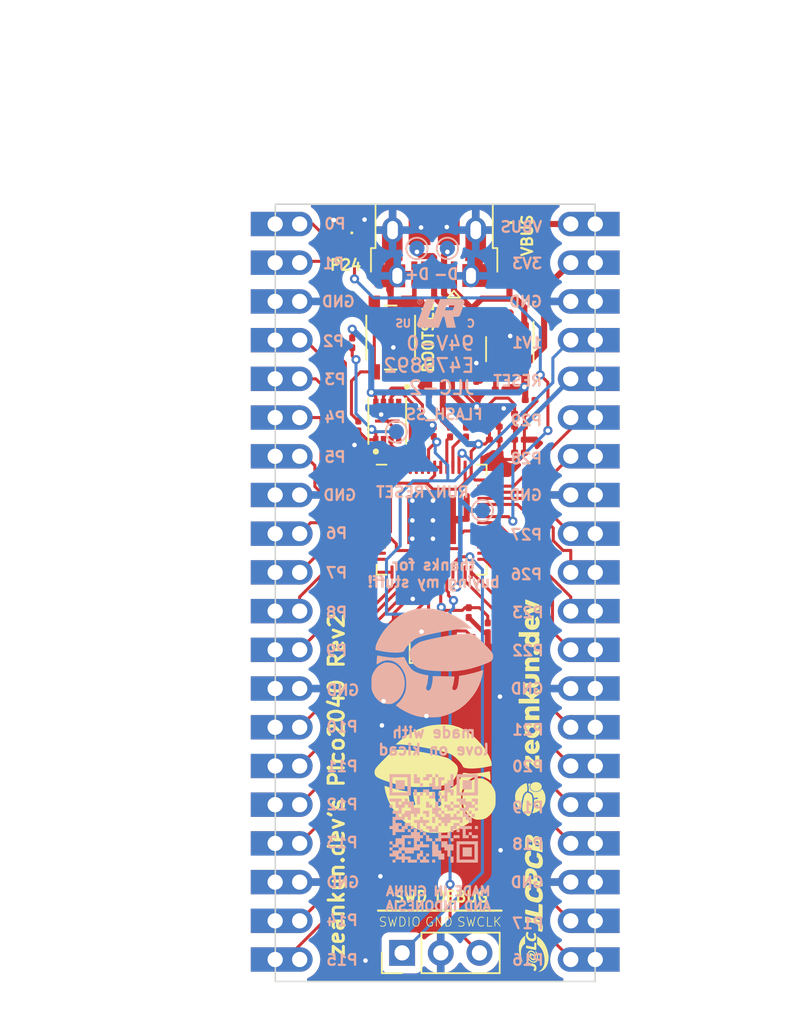
<source format=kicad_pcb>
(kicad_pcb (version 20221018) (generator pcbnew)
  (layers (0 "F.Cu" signal) (31 "B.Cu" signal) (34 "B.Paste" user) (35 "F.Paste" user) (36 "B.SilkS" user "B.Silkscreen") (37 "F.SilkS" user "F.Silkscreen") (38 "B.Mask" user) (39 "F.Mask" user) (44 "Edge.Cuts" user))
  (net 0 "")
  (net 1 "+1V1")
  (net 2 "GND")
  (net 3 "+3.3V")
  (net 4 "VBUS")
  (net 5 "/CLKOUT")
  (net 6 "/CLKIN")
  (net 7 "/USER_LED")
  (net 8 "/DM")
  (net 9 "/DP")
  (net 11 "/P0")
  (net 12 "/P1")
  (net 13 "/P2")
  (net 14 "/P3")
  (net 15 "/P4")
  (net 16 "/P5")
  (net 17 "/P6")
  (net 18 "/P7")
  (net 19 "/P8")
  (net 20 "/P9")
  (net 21 "/P10")
  (net 22 "/P11")
  (net 23 "/P12")
  (net 24 "/P13")
  (net 25 "/P14")
  (net 26 "/P15")
  (net 27 "/RESET")
  (net 28 "/P29")
  (net 29 "/P28")
  (net 30 "/P27")
  (net 31 "/P26")
  (net 32 "/P23")
  (net 33 "/P22")
  (net 34 "/P21")
  (net 35 "/P20")
  (net 36 "/P19")
  (net 37 "/P18")
  (net 38 "/P17")
  (net 39 "/P16")
  (net 40 "/SWDIO")
  (net 41 "/SWCLK")
  (net 42 "Net-(U1-USB_DP)")
  (net 43 "Net-(U1-USB_DM)")
  (net 44 "Net-(U2-SENSE{slash}ADJ)")
  (net 45 "/FLASH_SS")
  (net 46 "Net-(R6-Pad1)")
  (net 48 "/FLASH_SD3")
  (net 49 "/FLASH_CLOCK")
  (net 50 "/FLASH_SD0")
  (net 51 "/FLASH_SD2")
  (net 52 "/FLASH_SD1")
  (footprint "Resistor_SMD:R_0201_0603Metric" (layer "F.Cu") (at 98.4975 52.2875)
    (fp_text reference "R3" hide)
    (fp_text value "12")
  )
  (footprint "Connector_PinHeader_2.54mm:PinHeader_1x03_P2.54mm_Vertical" (layer "F.Cu") (at 92.0625 89.2625 90)
    (fp_text reference "J4" hide)
    (fp_text value "Conn_01x03")
  )
  (footprint "Connector_USB:USB_Micro-B_Amphenol_10103594-0001LF_Horizontal" (layer "F.Cu") (at 94.1425 42.9525 180)
    (fp_text reference "J1" hide)
    (fp_text value "USB_B_Micro" hide)
  )
  (footprint "Capacitor_SMD:C_0201_0603Metric" (layer "F.Cu") (at 97.6875 67.9325 -90)
    (fp_text reference "C3" hide)
    (fp_text value "1uF")
  )
  (footprint "TL3365AF180QG:SW_TL3365AF180QG" (layer "F.Cu") (at 91.3125 48.8875 90)
    (fp_text reference "S1" hide)
    (fp_text value "TL3365AF180QG" hide)
  )
  (footprint "LOGO" (layer "F.Cu") (at 100.73 85.96 90)
    (fp_text reference "G***" hide)
    (fp_text value "LOGO" hide)
  )
  (footprint "Package_TO_SOT_SMD:TSOT-23-5" (layer "F.Cu") (at 99.1375 49.65 -90)
    (fp_text reference "U2" hide)
    (fp_text value "ADP7142AUJZ-3.3")
  )
  (footprint "Package_DFN_QFN:QFN-56-1EP_7x7mm_P0.4mm_EP3.2x3.2mm" (layer "F.Cu") (at 94 60.8375)
    (fp_text reference "U1" hide)
    (fp_text value "RP2040")
  )
  (footprint "Capacitor_SMD:C_0201_0603Metric" (layer "F.Cu") (at 94.1375 55.0575 90)
    (fp_text reference "C1" hide)
    (fp_text value "100nF")
  )
  (footprint "LOGO" (layer "F.Cu") (at 100.48 73.17 90)
    (fp_text reference "G***" hide)
    (fp_text value "LOGO" hide)
  )
  (footprint "Resistor_SMD:R_0201_0603Metric" (layer "F.Cu") (at 88.7875 49.2375 -90)
    (fp_text reference "R5" hide)
    (fp_text value "NO-FIT")
  )
  (footprint "LOGO" (layer "F.Cu") (at 94.2375 77.8375)
    (fp_text reference "G***" hide)
    (fp_text value "LOGO" hide)
  )
  (footprint "SMD-TH-Connector:PinHeader_1x20_2H_P2.54mm_Vertical" (layer "F.Cu") (at 85.3375 41.4375)
    (fp_text reference "J2" hide)
    (fp_text value "Conn_01x20")
  )
  (footprint "Resistor_SMD:R_0201_0603Metric" (layer "F.Cu") (at 95.2125 55.0875 -90)
    (fp_text reference "R1" hide)
    (fp_text value "200")
  )
  (footprint "Crystal:Crystal_SMD_2520-4Pin_2.5x2.0mm" (layer "F.Cu") (at 94.2125 68.8375)
    (fp_text reference "Y1" hide)
    (fp_text value "12MHz")
  )
  (footprint "Capacitor_SMD:C_0201_0603Metric" (layer "F.Cu") (at 96.4375 66.9325 -90)
    (fp_text reference "C2" hide)
    (fp_text value "100nF")
  )
  (footprint "Capacitor_SMD:C_0201_0603Metric" (layer "F.Cu") (at 99.7675 55.5875)
    (fp_text reference "C10" hide)
    (fp_text value "100nF")
  )
  (footprint "Capacitor_SMD:C_0201_0603Metric" (layer "F.Cu") (at 99.7725 56.4375)
    (fp_text reference "C11" hide)
    (fp_text value "100nF")
  )
  (footprint "Capacitor_SMD:C_0201_0603Metric" (layer "F.Cu") (at 99.7675 54.7375)
    (fp_text reference "C9" hide)
    (fp_text value "100nF")
  )
  (footprint "Resistor_SMD:R_0201_0603Metric" (layer "F.Cu") (at 96.2625 55.0925 -90)
    (fp_text reference "R2" hide)
    (fp_text value "200")
  )
  (footprint "Capacitor_SMD:C_0201_0603Metric" (layer "F.Cu") (at 98.1175 54.7375)
    (fp_text reference "C6" hide)
    (fp_text value "100nF")
  )
  (footprint "Capacitor_SMD:C_0201_0603Metric" (layer "F.Cu") (at 91.8375 69.4825 90)
    (fp_text reference "C15" hide)
    (fp_text value "15pF")
  )
  (footprint "Capacitor_SMD:C_0201_0603Metric" (layer "F.Cu") (at 98.1175 53.9125)
    (fp_text reference "C5" hide)
    (fp_text value "100nF")
  )
  (footprint "Capacitor_SMD:C_0201_0603Metric" (layer "F.Cu") (at 99.7675 53.8875)
    (fp_text reference "C8" hide)
    (fp_text value "100nF")
  )
  (footprint "LED_SMD:LED_0201_0603Metric" (layer "F.Cu") (at 88.7625 42.88 -90)
    (fp_text reference "D2" hide)
    (fp_text value "LED")
  )
  (footprint "Capacitor_SMD:C_0201_0603Metric" (layer "F.Cu") (at 99.1125 44.8675 90)
    (fp_text reference "C12" hide)
    (fp_text value "2.2uF")
  )
  (footprint "LED_SMD:LED_0201_0603Metric" (layer "F.Cu") (at 99.2125 42.205 -90)
    (fp_text reference "D1" hide)
    (fp_text value "LED")
  )
  (footprint "Resistor_SMD:R_0201_0603Metric" (layer "F.Cu") (at 96.9375 51.4425 90)
    (fp_text reference "R4" hide)
    (fp_text value "12")
  )
  (footprint "Capacitor_SMD:C_0201_0603Metric" (layer "F.Cu") (at 96.6875 68.8875 -90)
    (fp_text reference "C14" hide)
    (fp_text value "15pF")
  )
  (footprint "Capacitor_SMD:C_0201_0603Metric" (layer "F.Cu") (at 100.4675 52.9875)
    (fp_text reference "C13" hide)
    (fp_text value "2.2uF")
  )
  (footprint "Resistor_SMD:R_0201_0603Metric" (layer "F.Cu") (at 89.1875 54.6875 -90)
    (fp_text reference "R6" hide)
    (fp_text value "1K")
  )
  (footprint "GD25Q16CEIGR:PSON50P200X300X50-9N" (layer "F.Cu") (at 91.0875 54.3675 90)
    (fp_text reference "U3" hide)
    (fp_text value "GD25Q16CEIGR")
  )
  (footprint "Capacitor_SMD:C_0201_0603Metric" (layer "F.Cu") (at 98.1175 55.5875)
    (fp_text reference "C7" hide)
    (fp_text value "100nF")
  )
  (footprint "Capacitor_SMD:C_0201_0603Metric" (layer "F.Cu") (at 89.3875 56.4825 90)
    (fp_text reference "C4" hide)
    (fp_text value "1uF")
  )
  (footprint "LOGO" (layer "B.Cu") (at 94.1375 80.4375 180)
    (fp_text reference "G***" hide)
    (fp_text value "LOGO" hide)
  )
  (footprint "TestPoint:TestPoint_Pad_D1.0mm" (layer "B.Cu") (at 95.0375 43.0375 180)
    (fp_text reference "TP2" hide)
    (fp_text value "USB_DM")
  )
  (footprint "TestPoint:TestPoint_Pad_D1.0mm" (layer "B.Cu") (at 93.0375 43.0375 180)
    (fp_text reference "TP1" hide)
    (fp_text value "USB_DP")
  )
  (footprint "TestPoint:TestPoint_Pad_D1.0mm" (layer "B.Cu") (at 91.6875 55.0625 180)
    (fp_text reference "TP4" hide)
    (fp_text value "FLASH_SS")
  )
  (footprint "SMD-TH-Connector:PinHeader_1x20_2H_P2.54mm_Vertical" (layer "B.Cu") (at 103.1375 41.4375 180)
    (fp_text reference "J3" hide)
    (fp_text value "Conn_01x20")
  )
  (footprint "LOGO" (layer "B.Cu") (at 94.6 47.3 180)
    (fp_text reference "G***" hide)
    (fp_text value "LOGO" hide)
  )
  (footprint "LOGO" (layer "B.Cu") (at 94.0375 70.2375 180)
    (fp_text reference "G***" hide)
    (fp_text value "LOGO" hide)
  )
  (footprint "TestPoint:TestPoint_Pad_D1.0mm" (layer "B.Cu") (at 97.3375 60.2375 180)
    (fp_text reference "TP3" hide)
    (fp_text value "RESET")
  )
  (gr_line (start 98.5875 86.4875) (end 90.4875 86.4875) (stroke (width 0.15)) (layer "F.SilkS"))
  (gr_rect (start 83.7375 40.1375) (end 104.7375 91.1375) (stroke (width 0.1)) (fill none) (layer "Edge.Cuts"))
  (gr_text "thanks for\nbuying my stuff!" (at 94.1375 65.3375) (layer "B.SilkS") (effects (font (size 0.7 0.7) (thickness 0.16) bold) (justify bottom mirror)))
  (gr_text "P18" (at 101.4375 82.5375) (layer "B.SilkS") (effects (font (size 0.7 0.7)) (justify left bottom mirror)))
  (gr_text "GND" (at 89.3375 85.0375) (layer "B.SilkS") (effects (font (size 0.7 0.7)) (justify left bottom mirror)))
  (gr_text "GND" (at 101.3375 46.9375) (layer "B.SilkS") (effects (font (size 0.7 0.7)) (justify left bottom mirror)))
  (gr_text "P9" (at 88.5375 69.8375) (layer "B.SilkS") (effects (font (size 0.7 0.7)) (justify left bottom mirror)))
  (gr_text "P11" (at 89.2375 77.4375) (layer "B.SilkS") (effects (font (size 0.7 0.7)) (justify left bottom mirror)))
  (gr_text "P14" (at 89.2375 87.5375) (layer "B.SilkS") (effects (font (size 0.7 0.7)) (justify left bottom mirror)))
  (gr_text "P5" (at 88.4375 57.1375) (layer "B.SilkS") (effects (font (size 0.7 0.7)) (justify left bottom mirror)))
  (gr_text "RESET" (at 101.3375 52.1375) (layer "B.SilkS") (effects (font (size 0.7 0.7)) (justify left bottom mirror)))
  (gr_text "P4" (at 88.4375 54.5375) (layer "B.SilkS") (effects (font (size 0.7 0.7)) (justify left bottom mirror)))
  (gr_text "P13" (at 89.2375 82.4375) (layer "B.SilkS") (effects (font (size 0.7 0.7)) (justify left bottom mirror)))
  (gr_text "made with\nlove on kicad" (at 94.1375 76.3375) (layer "B.SilkS") (effects (font (size 0.7 0.7) (thickness 0.16) bold) (justify bottom mirror)))
  (gr_text "P20" (at 101.4375 77.4375) (layer "B.SilkS") (effects (font (size 0.7 0.7)) (justify left bottom mirror)))
  (gr_text "GND" (at 89.1375 59.6375) (layer "B.SilkS") (effects (font (size 0.7 0.7)) (justify left bottom mirror)))
  (gr_text "P26" (at 101.3375 64.8375) (layer "B.SilkS") (effects (font (size 0.7 0.7)) (justify left bottom mirror)))
  (gr_text "P28" (at 101.3375 57.2375) (layer "B.SilkS") (effects (font (size 0.7 0.7)) (justify left bottom mirror)))
  (gr_text "P22" (at 101.4375 69.8375) (layer "B.SilkS") (effects (font (size 0.7 0.7)) (justify left bottom mirror)))
  (gr_text "MADE IN CHINA\nAND INDONESIA" (at 94.4375 86.5375) (layer "B.SilkS") (effects (font (size 0.6 0.6) (thickness 0.15) bold) (justify bottom mirror)))
  (gr_text "GND" (at 89.0375 46.9375) (layer "B.SilkS") (effects (font (size 0.7 0.7)) (justify left bottom mirror)))
  (gr_text "P2" (at 88.3375 49.5375) (layer "B.SilkS") (effects (font (size 0.7 0.7)) (justify left bottom mirror)))
  (gr_text "US" (at 92.72 48.25) (layer "B.SilkS") (effects (font (size 0.5 0.5) (thickness 0.125)) (justify left bottom mirror)))
  (gr_text "3V3" (at 101.3375 44.4375) (layer "B.SilkS") (effects (font (size 0.7 0.7)) (justify left bottom mirror)))
  (gr_text "P29" (at 101.3375 54.7375) (layer "B.SilkS") (effects (font (size 0.7 0.7)) (justify left bottom mirror)))
  (gr_text "P23" (at 101.4375 67.3375) (layer "B.SilkS") (effects (font (size 0.7 0.7)) (justify left bottom mirror)))
  (gr_text "P6" (at 88.5375 62.1375) (layer "B.SilkS") (effects (font (size 0.7 0.7)) (justify left bottom mirror)))
  (gr_text "1V1" (at 101.3375 49.6375) (layer "B.SilkS") (effects (font (size 0.7 0.7)) (justify left bottom mirror)))
  (gr_text "P12" (at 89.2375 79.9375) (layer "B.SilkS") (effects (font (size 0.7 0.7)) (justify left bottom mirror)))
  (gr_text "P16" (at 101.4375 90.1375) (layer "B.SilkS") (effects (font (size 0.7 0.7)) (justify left bottom mirror)))
  (gr_text "94V-0\nE479892\nJLC-2" (at 96.9 52.7) (layer "B.SilkS") (effects (font (size 0.9 0.9)) (justify left bottom mirror)))
  (gr_text "P21" (at 101.4375 75.0375) (layer "B.SilkS") (effects (font (size 0.7 0.7)) (justify left bottom mirror)))
  (gr_text "P1" (at 88.3375 44.4375) (layer "B.SilkS") (effects (font (size 0.7 0.7)) (justify left bottom mirror)))
  (gr_text "D-" (at 95.8375 45.1375) (layer "B.SilkS") (effects (font (size 0.7 0.7)) (justify left bottom mirror)))
  (gr_text "P19" (at 101.4375 80.1375) (layer "B.SilkS") (effects (font (size 0.7 0.7)) (justify left bottom mirror)))
  (gr_text "GND" (at 89.3375 72.4375) (layer "B.SilkS") (effects (font (size 0.7 0.7)) (justify left bottom mirror)))
  (gr_text "P17" (at 101.4375 87.7375) (layer "B.SilkS") (effects (font (size 0.7 0.7)) (justify left bottom mirror)))
  (gr_text "D+" (at 93.9375 45.1375) (layer "B.SilkS") (effects (font (size 0.7 0.7)) (justify left bottom mirror)))
  (gr_text "P15" (at 89.2375 90.1375) (layer "B.SilkS") (effects (font (size 0.7 0.7)) (justify left bottom mirror)))
  (gr_text "GND" (at 101.4375 85.0375) (layer "B.SilkS") (effects (font (size 0.7 0.7)) (justify left bottom mirror)))
  (gr_text "P3" (at 88.4375 52.0375) (layer "B.SilkS") (effects (font (size 0.7 0.7)) (justify left bottom mirror)))
  (gr_text "P7" (at 88.5375 64.7375) (layer "B.SilkS") (effects (font (size 0.7 0.7)) (justify left bottom mirror)))
  (gr_text "FLASH_SS" (at 97.4375 54.3375) (layer "B.SilkS") (effects (font (size 0.7 0.7)) (justify left bottom mirror)))
  (gr_text "C" (at 96.91 48.26) (layer "B.SilkS") (effects (font (size 0.5 0.5) (thickness 0.125)) (justify left bottom mirror)))
  (gr_text "P10" (at 89.2375 74.8375) (layer "B.SilkS") (effects (font (size 0.7 0.7)) (justify left bottom mirror)))
  (gr_text "RUN/RESET" (at 96.5375 59.4375) (layer "B.SilkS") (effects (font (size 0.7 0.7)) (justify left bottom mirror)))
  (gr_text "VBUS" (at 101.3375 42.0375) (layer "B.SilkS") (effects (font (size 0.7 0.7)) (justify left bottom mirror)))
  (gr_text "P27" (at 101.3375 62.2375) (layer "B.SilkS") (effects (font (size 0.7 0.7)) (justify left bottom mirror)))
  (gr_text "P0" (at 88.4375 41.8375) (layer "B.SilkS") (effects (font (size 0.7 0.7)) (justify left bottom mirror)))
  (gr_text "GND" (at 101.4375 72.3375) (layer "B.SilkS") (effects (font (size 0.7 0.7)) (justify left bottom mirror)))
  (gr_text "P8" (at 88.5375 67.3375) (layer "B.SilkS") (effects (font (size 0.7 0.7)) (justify left bottom mirror)))
  (gr_text "GND" (at 101.3375 59.6375) (layer "B.SilkS") (effects (font (size 0.7 0.7)) (justify left bottom mirror)))
  (gr_text "SWCLK" (at 95.6375 87.5875) (layer "F.SilkS") (effects (font (size 0.6 0.6) (thickness 0.05)) (justify left bottom)))
  (gr_text "SWDIO" (at 90.4875 87.5875) (layer "F.SilkS") (effects (font (size 0.6 0.6) (thickness 0.05)) (justify left bottom)))
  (gr_text "zeankun.dev's Pico2040 Rev2" (at 88.3375 89.6375 90) (layer "F.SilkS") (effects (font (size 1 1) (thickness 0.2) bold) (justify left bottom)))
  (gr_text "VBUS" (at 100.6875 43.6375 90) (layer "F.SilkS") (effects (font (size 0.7 0.7)) (justify left bottom)))
  (gr_text "GND" (at 93.5375 87.5875) (layer "F.SilkS") (effects (font (size 0.6 0.6) (thickness 0.05)) (justify left bottom)))
  (gr_text "BOOTSEL" (at 94.1875 51.2875 90) (layer "F.SilkS") (effects (font (size 0.7 0.7)) (justify left bottom)))
  (gr_text "SWD DEBUG" (at 91.4375 85.9875) (layer "F.SilkS") (effects (font (size 0.7 0.7)) (justify left bottom)))
  (gr_text "P24" (at 87.2375 44.5375) (layer "F.SilkS") (effects (font (size 0.7 0.7)) (justify left bottom)))
  (segment (start 96.192495 66.6125) (end 96.4375 66.6125) (width 0.2) (layer "F.Cu") (net 1))
  (segment (start 96.4375 66.6125) (end 97.1425 66.6125) (width 0.2) (layer "F.Cu") (net 1))
  (segment (start 97.1425 66.6125) (end 97.6875 67.1575) (width 0.2) (layer "F.Cu") (net 1))
  (segment (start 94.839821 66.789821) (end 96.015174 66.789821) (width 0.2) (layer "F.Cu") (net 1))
  (segment (start 95.8 57.4) (end 95.8 56.679444) (width 0.2) (layer "F.Cu") (net 1))
  (segment (start 94.1375 55.3775) (end 94.1375 55.6875) (width 0.2) (layer "F.Cu") (net 1))
  (segment (start 94.6375 66.5875) (end 94.839821 66.789821) (width 0.2) (layer "F.Cu") (net 1))
  (segment (start 97.6875 67.1575) (end 97.6875 67.6125) (width 0.2) (layer "F.Cu") (net 1))
  (segment (start 94.6 64.275) (end 94.6 66.55) (width 0.2) (layer "F.Cu") (net 1))
  (segment (start 93.8 57.4) (end 93.8 56.225) (width 0.2) (layer "F.Cu") (net 1))
  (segment (start 94.1375 55.6875) (end 94.2375 55.7875) (width 0.2) (layer "F.Cu") (net 1))
  (segment (start 93.8 56.225) (end 94.2875 55.7375) (width 0.2) (layer "F.Cu") (net 1))
  (segment (start 95.8 56.679444) (end 96.0005 56.478944) (width 0.2) (layer "F.Cu") (net 1))
  (segment (start 94.6625 66.5875) (end 94.6375 66.5875) (width 0.2) (layer "F.Cu") (net 1))
  (segment (start 96.015174 66.789821) (end 96.192495 66.6125) (width 0.2) (layer "F.Cu") (net 1))
  (segment (start 94.3375 55.7375) (end 94.3375 55.6875) (width 0.2) (layer "F.Cu") (net 1))
  (segment (start 94.3375 55.6875) (end 94.2375 55.7875) (width 0.2) (layer "F.Cu") (net 1))
  (segment (start 94.6 66.55) (end 94.6375 66.5875) (width 0.2) (layer "F.Cu") (net 1))
  (segment (start 94.2875 55.7375) (end 94.3375 55.7375) (width 0.2) (layer "F.Cu") (net 1))
  (via (at 94.3375 55.7375) (size 0.6) (drill 0.3) (layers "F.Cu" "B.Cu") (net 1))
  (via (at 94.6375 66.5875) (size 0.6) (drill 0.3) (layers "F.Cu" "B.Cu") (net 1))
  (via (at 96.0005 56.478944) (size 0.6) (drill 0.3) (layers "F.Cu" "B.Cu") (net 1))
  (segment (start 94.1875 67.0375) (end 91.0375 67.0375) (width 0.2) (layer "B.Cu") (net 1))
  (segment (start 94.2375 56.448534) (end 95.0625 57.273534) (width 0.2) (layer "B.Cu") (net 1))
  (segment (start 96.0005 56.478944) (end 96.078944 56.478944) (width 0.2) (layer "B.Cu") (net 1))
  (segment (start 96.078944 56.478944) (end 96.701409 57.101409) (width 0.2) (layer "B.Cu") (net 1))
  (segment (start 94.6375 66.5875) (end 94.1875 67.0375) (width 0.2) (layer "B.Cu") (net 1))
  (segment (start 91.0375 63.4625) (end 91.9375 62.5625) (width 0.2) (layer "B.Cu") (net 1))
  (segment (start 94.2375 55.8375) (end 94.2375 56.448534) (width 0.2) (layer "B.Cu") (net 1))
  (segment (start 91.9375 62.5625) (end 91.9375 59.1375) (width 0.2) (layer "B.Cu") (net 1))
  (segment (start 95.0625 57.273534) (end 95.0625 58.288) (width 0.2) (layer "B.Cu") (net 1))
  (segment (start 92.787 58.288) (end 95.0625 58.288) (width 0.2) (layer "B.Cu") (net 1))
  (segment (start 95.514818 58.288) (end 96.701409 57.101409) (width 0.2) (layer "B.Cu") (net 1))
  (segment (start 94.3375 55.7375) (end 94.2375 55.8375) (width 0.2) (layer "B.Cu") (net 1))
  (segment (start 91.9375 59.1375) (end 92.787 58.288) (width 0.2) (layer "B.Cu") (net 1))
  (segment (start 95.0625 58.288) (end 95.514818 58.288) (width 0.2) (layer "B.Cu") (net 1))
  (segment (start 96.701409 57.101409) (end 101.9625 51.840318) (width 0.2) (layer "B.Cu") (net 1))
  (segment (start 101.9625 51.840318) (end 101.9625 50.2325) (width 0.2) (layer "B.Cu") (net 1))
  (segment (start 101.9625 50.2325) (end 103.1375 49.0575) (width 0.2) (layer "B.Cu") (net 1))
  (segment (start 91.0375 67.0375) (end 91.0375 63.4625) (width 0.2) (layer "B.Cu") (net 1))
  (segment (start 92.7625 66.0375) (end 92.459532 66.0375) (width 0.2) (layer "F.Cu") (net 2))
  (segment (start 99.1125 44.5475) (end 99.1125 44.3125) (width 0.3) (layer "F.Cu") (net 2))
  (segment (start 100.7875 53.1875) (end 100.7875 52.9875) (width 0.2) (layer "F.Cu") (net 2))
  (segment (start 91.4875 67.009532) (end 91.4875 67.9875) (width 0.2) (layer "F.Cu") (net 2))
  (segment (start 91.0875 54.3675) (end 91.8375 55.1175) (width 0.2) (layer "F.Cu") (net 2))
  (segment (start 89.1625 55.9375) (end 89.3875 56.1625) (width 0.2) (layer "F.Cu") (net 2))
  (segment (start 96.1125 51.4875) (end 96.4775 51.1225) (width 0.2) (layer "F.Cu") (net 2))
  (segment (start 91.0875 54.3675) (end 91.0875 54.3375) (width 0.2) (layer "F.Cu") (net 2))
  (segment (start 91.3125 51.4375) (end 91.3125 51.5375) (width 0.2) (layer "F.Cu") (net 2))
  (segment (start 88.9375 55.9375) (end 89.1625 55.9375) (width 0.2) (layer "F.Cu") (net 2))
  (segment (start 93 65.8) (end 92.7625 66.0375) (width 0.2) (layer "F.Cu") (net 2))
  (segment (start 98.4375 55.5875) (end 98.4375 56.8875) (width 0.2) (layer "F.Cu") (net 2))
  (segment (start 98.4375 53.9125) (end 98.4375 53.8375) (width 0.2) (layer "F.Cu") (net 2))
  (segment (start 91.0875 54.3375) (end 90.6875 53.9375) (width 0.2) (layer "F.Cu") (net 2))
  (segment (start 91.8375 55.1175) (end 91.8375 55.5875) (width 0.2) (layer "F.Cu") (net 2))
  (segment (start 100.0925 56.593185) (end 100.0925 56.4375) (width 0.2) (layer "F.Cu") (net 2))
  (segment (start 96.4775 51.1225) (end 96.9375 51.1225) (width 0.2) (layer "F.Cu") (net 2))
  (segment (start 98.4375 53.8375) (end 98.7375 53.5375) (width 0.2) (layer "F.Cu") (net 2))
  (segment (start 96.1125 52.5625) (end 96.1125 51.4875) (width 0.2) (layer "F.Cu") (net 2))
  (segment (start 99.798185 56.8875) (end 100.0925 56.593185) (width 0.2) (layer "F.Cu") (net 2))
  (segment (start 93 64.275) (end 93 65.8) (width 0.2) (layer "F.Cu") (net 2))
  (segment (start 92.459532 66.0375) (end 91.4875 67.009532) (width 0.2) (layer "F.Cu") (net 2))
  (segment (start 91.0375 69.1625) (end 90.9875 69.2125) (width 0.2) (layer "F.Cu") (net 2))
  (segment (start 98.4375 56.8875) (end 99.798185 56.8875) (width 0.2) (layer "F.Cu") (net 2))
  (segment (start 92.8675 46.1575) (end 92.3875 46.6375) (width 0.3) (layer "F.Cu") (net 2))
  (segment (start 97.4375 68.2525) (end 96.4375 67.2525) (width 0.3) (layer "F.Cu") (net 2))
  (segment (start 92.8675 44.7175) (end 92.8675 46.1575) (width 0.3) (layer "F.Cu") (net 2))
  (segment (start 100.0925 56.4375) (end 100.0925 53.8925) (width 0.2) (layer "F.Cu") (net 2))
  (segment (start 98.4375 53.9125) (end 98.4375 55.5875) (width 0.2) (layer "F.Cu") (net 2))
  (segment (start 99.1125 44.3125) (end 98.4375 43.6375) (width 0.3) (layer "F.Cu") (net 2))
  (segment (start 96.9625 53.4125) (end 96.1125 52.5625) (width 0.2) (layer "F.Cu") (net 2))
  (segment (start 97.6875 68.2525) (end 97.4375 68.2525) (width 0.3) (layer "F.Cu") (net 2))
  (segment (start 100.0875 53.8875) (end 100.7875 53.1875) (width 0.2) (layer "F.Cu") (net 2))
  (segment (start 91.8375 69.1625) (end 91.0375 69.1625) (width 0.2) (layer "F.Cu") (net 2))
  (segment (start 100.0925 53.8925) (end 100.0875 53.8875) (width 0.2) (layer "F.Cu") (net 2))
  (via (at 88.9375 55.9375) (size 0.6) (drill 0.3) (layers "F.Cu" "B.Cu") (net 2))
  (via (at 98.5275 82.5275) (size 0.6) (drill 0.3) (layers "F.Cu" "B.Cu") (net 2))
  (via (at 90.6375 84.2375) (size 0.6) (drill 0.3) (layers "F.Cu" "B.Cu") (net 2))
  (via (at 93.6575 73.7175) (size 0.6) (drill 0.3) (layers "F.Cu" "B.Cu") (net 2))
  (via (at 89.6575 89.7675) (size 0.6) (drill 0.3) (layers "F.Cu" "B.Cu") (net 2))
  (via (at 91.4875 49.5375) (size 0.6) (drill 0.3) (layers "F.Cu" "B.Cu") (net 2))
  (via (at 99.1625 48.7875) (size 0.6) (drill 0.3) (layers "F.Cu" "B.Cu") (net 2))
  (via (at 93.3375 68.1875) (size 0.6) (drill 0.3) (layers "F.Cu" "B.Cu") (net 2))
  (via (at 94.0375 54.6375) (size 0.6) (drill 0.3) (layers "F.Cu" "B.Cu") (net 2))
  (via (at 89.5975 41.1475) (size 0.6) (drill 0.3) (layers "F.Cu" "B.Cu") (net 2))
  (via (at 92.7375 60.8875) (size 0.6) (drill 0.3) (layers "F.Cu" "B.Cu") (net 2))
  (via (at 96.9375 50.5625) (size 0.6) (drill 0.3) (layers "F.Cu" "B.Cu") (net 2))
  (via (at 94.0875 59.5875) (size 0.6) (drill 0.3) (layers "F.Cu" "B.Cu") (net 2))
  (via (at 90.6875 53.9375) (size 0.6) (drill 0.3) (layers "F.Cu" "B.Cu") (net 2))
  (via (at 87.5775 41.1775) (size 0.6) (drill 0.3) (layers "F.Cu" "B.Cu") (net 2))
  (via (at 98.7375 53.5375) (size 0.6) (drill 0.3) (layers "F.Cu" "B.Cu") (net 2))
  (via (at 94.0875 60.8875) (size 0.6) (drill 0.3) (layers "F.Cu" "B.Cu") (net 2))
  (via (at 94.9975 41.6375) (size 0.6) (drill 0.3) (layers "F.Cu" "B.Cu") (net 2))
  (via (at 98.4875 72.4475) (size 0.6) (drill 0.3) (layers "F.Cu" "B.Cu") (net 2))
  (via (at 92.7625 66.0375) (size 0.6) (drill 0.3) (layers "F.Cu" "B.Cu") (net 2))
  (via (at 94.0875 62.0875) (size 0.6) (drill 0.3) (layers "F.Cu" "B.Cu") (net 2))
  (via (at 93.3075 41.6675) (size 0.6) (drill 0.3) (layers "F.Cu" "B.Cu") (net 2))
  (via (at 90.7375 74.3375) (size 0.6) (drill 0.3) (layers "F.Cu" "B.Cu") (net 2))
  (via (at 96.9625 53.4125) (size 0.6) (drill 0.3) (layers "F.Cu" "B.Cu") (net 2))
  (via (at 92.7375 62.0875) (size 0.6) (drill 0.3) (layers "F.Cu" "B.Cu") (net 2))
  (via (at 90.8475 72.7475) (size 0.6) (drill 0.3) (layers "F.Cu" "B.Cu") (net 2))
  (via (at 92.7375 59.5875) (size 0.6) (drill 0.3) (layers "F.Cu" "B.Cu") (net 2))
  (segment (start 87.4875 46.8875) (end 89.4625 46.8875) (width 0.4) (layer "B.Cu") (net 2))
  (segment (start 89.4375 56.5375) (end 87.3625 54.4625) (width 0.4) (layer "B.Cu") (net 2))
  (segment (start 92.4625 56.5375) (end 89.4375 56.5375) (width 0.4) (layer "B.Cu") (net 2))
  (segment (start 87.3625 47.0125) (end 87.4875 46.8875) (width 0.4) (layer "B.Cu") (net 2))
  (segment (start 90.6875 53.9375) (end 90.7125 53.9125) (width 0.4) (layer "B.Cu") (net 2))
  (segment (start 93.0375 53.9125) (end 93.7625 54.6375) (width 0.4) (layer "B.Cu") (net 2))
  (segment (start 94.0375 54.9125) (end 94.0625 54.9375) (width 0.4) (layer "B.Cu") (net 2))
  (segment (start 87.3625 54.4625) (end 87.3625 47.0125) (width 0.4) (layer "B.Cu") (net 2))
  (segment (start 94.0625 54.9375) (end 92.4625 56.5375) (width 0.4) (layer "B.Cu") (net 2))
  (segment (start 94.0375 54.6375) (end 94.0375 54.9125) (width 0.4) (layer "B.Cu") (net 2))
  (segment (start 93.7625 54.6375) (end 94.0375 54.6375) (width 0.4) (layer "B.Cu") (net 2))
  (segment (start 90.7125 53.9125) (end 93.0375 53.9125) (width 0.4) (layer "B.Cu") (net 2))
  (segment (start 93.1375 50.5625) (end 96.9375 50.5625) (width 0.4) (layer "B.Cu") (net 2))
  (segment (start 89.4625 46.8875) (end 93.1375 50.5625) (width 0.4) (layer "B.Cu") (net 2))
  (segment (start 100.0875 52.1375) (end 100.0875 50.7875) (width 0.4) (layer "F.Cu") (net 3))
  (segment (start 101.3875 49.4875) (end 100.0875 50.7875) (width 0.4) (layer "F.Cu") (net 3))
  (segment (start 97.077498 55.877498) (end 96.6 56.354996) (width 0.2) (layer "F.Cu") (net 3))
  (segment (start 97.7975 55.5875) (end 97.7975 53.9125) (width 0.2) (layer "F.Cu") (net 3))
  (segment (start 92.8875 62.8125) (end 92.9625 62.7375) (width 0.2) (layer "F.Cu") (net 3))
  (segment (start 91.6875 62.8625) (end 92.8375 62.8625) (width 0.2) (layer "F.Cu") (net 3))
  (segment (start 93.68995 58.442525) (end 94.2 57.932475) (width 0.2) (layer "F.Cu") (net 3))
  (segment (start 90.5625 61.8375) (end 91.094975 61.8375) (width 0.2) (layer "F.Cu") (net 3))
  (segment (start 89.3875 56.8025) (end 89.3875 57.6875) (width 0.2) (layer "F.Cu") (net 3))
  (segment (start 94.084925 58.8375) (end 95.7375 58.8375) (width 0.2) (layer "F.Cu") (net 3))
  (segment (start 100.0875 52.1375) (end 99.2375 52.1375) (width 0.4) (layer "F.Cu") (net 3))
  (segment (start 91.3 58.442525) (end 93.68995 58.442525) (width 0.2) (layer "F.Cu") (net 3))
  (segment (start 89.3875 57.6875) (end 89.9375 58.2375) (width 0.2) (layer "F.Cu") (net 3))
  (segment (start 99.2375 52.1375) (end 99.0875 52.2875) (width 0.4) (layer "F.Cu") (net 3))
  (segment (start 94.2 57.4) (end 94.6 57.4) (width 0.2) (layer "F.Cu") (net 3))
  (segment (start 91.094975 61.8375) (end 91.6875 62.430025) (width 0.2) (layer "F.Cu") (net 3))
  (segment (start 92.9625 62.7375) (end 95.9 62.7375) (width 0.2) (layer "F.Cu") (net 3))
  (segment (start 99.4475 53.8875) (end 99.4475 56.4325) (width 0.2) (layer "F.Cu") (net 3))
  (segment (start 91.3 58.442525) (end 91.094975 58.2375) (width 0.2) (layer "F.Cu") (net 3))
  (segment (start 91.6875 62.430025) (end 91.6875 62.8625) (width 0.2) (layer "F.Cu") (net 3))
  (segment (start 94.2 63.742525) (end 93.269975 62.8125) (width 0.2) (layer "F.Cu") (net 3))
  (segment (start 96.8625 58.2375) (end 97.4375 58.2375) (width 0.2) (layer "F.Cu") (net 3))
  (segment (start 91.094975 58.2375) (end 90.5625 58.2375) (width 0.2) (layer "F.Cu") (net 3))
  (segment (start 96.6 57.975) (end 96.6 57.4) (width 0.2) (layer "F.Cu") (net 3))
  (segment (start 90.3375 52.7875) (end 90.0375 52.4875) (width 0.2) (layer "F.Cu") (net 3))
  (segment (start 89.9375 58.2375) (end 90.5625 58.2375) (width 0.2) (layer "F.Cu") (net 3))
  (segment (start 97.507502 55.877498) (end 97.7975 55.5875) (width 0.2) (layer "F.Cu") (net 3))
  (segment (start 93.68995 58.442525) (end 94.084925 58.8375) (width 0.2) (layer "F.Cu") (net 3))
  (segment (start 92.8375 62.8625) (end 92.8875 62.8125) (width 0.2) (layer "F.Cu") (net 3))
  (segment (start 96.135025 61.579975) (end 96.6475 61.579975) (width 0.2) (layer "F.Cu") (net 3))
  (segment (start 96.2 58.375) (end 96.0875 58.4875) (width 0.2) (layer "F.Cu") (net 3))
  (segment (start 100.1475 52.9875) (end 100.1475 52.1975) (width 0.4) (layer "F.Cu") (net 3))
  (segment (start 97.7975 53.9125) (end 97.7975 53.2525) (width 0.2) (layer "F.Cu") (net 3))
  (segment (start 93.269975 62.8125) (end 92.8875 62.8125) (width 0.2) (layer "F.Cu") (net 3))
  (segment (start 96.6475 61.579975) (end 96.905025 61.8375) (width 0.2) (layer "F.Cu") (net 3))
  (segment (start 95.9 62.7375) (end 95.9 61.815) (width 0.2) (layer "F.Cu") (net 3))
  (segment (start 88.7875 48.9175) (end 88.7875 48.3375) (width 0.2) (layer "F.Cu") (net 3))
  (segment (start 99.0375 52.8625) (end 99.4475 53.2725) (width 0.2) (layer "F.Cu") (net 3))
  (segment (start 96.0875 58.4875) (end 96.6 57.975) (width 0.2) (layer "F.Cu") (net 3))
  (segment (start 96.6 57.975) (end 96.8625 58.2375) (width 0.2) (layer "F.Cu") (net 3))
  (segment (start 91.3 61.632475) (end 91.3 58.442525) (width 0.2) (layer "F.Cu") (net 3))
  (segment (start 100.1475 52.1975) (end 100.0875 52.1375) (width 0.4) (layer "F.Cu") (net 3))
  (segment (start 91.094975 61.8375) (end 91.3 61.632475) (width 0.2) (layer "F.Cu") (net 3))
  (segment (start 99.4475 53.2725) (end 99.4475 53.8875) (width 0.2) (layer "F.Cu") (net 3))
  (segment (start 99.4475 56.4325) (end 99.4525 56.4375) (width 0.2) (layer "F.Cu") (net 3))
  (segment (start 94.2 64.275) (end 94.2 63.742525) (width 0.2) (layer "F.Cu") (net 3))
  (segment (start 94.2 57.932475) (end 94.2 57.4) (width 0.2) (layer "F.Cu") (net 3))
  (segment (start 96.905025 61.8375) (end 97.4375 61.8375) (width 0.2) (layer "F.Cu") (net 3))
  (segment (start 103.1375 43.9775) (end 101.3875 45.7275) (width 0.4) (layer "F.Cu") (net 3))
  (segment (start 97.7975 53.2525) (end 98.1875 52.8625) (width 0.2) (layer "F.Cu") (net 3))
  (segment (start 97.077498 55.877498) (end 97.507502 55.877498) (width 0.2) (layer "F.Cu") (net 3))
  (segment (start 95.9 61.815) (end 96.135025 61.579975) (width 0.2) (layer "F.Cu") (net 3))
  (segment (start 90.3375 53.1475) (end 90.3375 52.7875) (width 0.2) (layer "F.Cu") (net 3))
  (segment (start 101.3875 45.7275) (end 101.3875 49.4875) (width 0.4) (layer "F.Cu") (net 3))
  (segment (start 96.6 56.354996) (end 96.6 57.4) (width 0.2) (layer "F.Cu") (net 3))
  (segment (start 96.2 57.4) (end 96.2 58.375) (width 0.2) (layer "F.Cu") (net 3))
  (segment (start 98.1875 52.8625) (end 99.0375 52.8625) (width 0.2) (layer "F.Cu") (net 3))
  (segment (start 95.7375 58.8375) (end 96.0875 58.4875) (width 0.2) (layer "F.Cu") (net 3))
  (via (at 97.077498 55.877498) (size 0.6) (drill 0.3) (layers "F.Cu" "B.Cu") (net 3))
  (via (at 88.7875 48.3375) (size 0.6) (drill 0.3) (layers "F.Cu" "B.Cu") (net 3))
  (via (at 100.0875 52.1375) (size 0.6) (drill 0.3) (layers "F.Cu" "B.Cu") (net 3))
  (via (at 90.0375 52.4875) (size 0.6) (drill 0.3) (layers "F.Cu" "B.Cu") (net 3))
  (segment (start 99.7375 52.4875) (end 100.0875 52.1375) (width 0.4) (layer "B.Cu") (net 3))
  (segment (start 90.0375 49.5875) (end 90.0375 52.4875) (width 0.4) (layer "B.Cu") (net 3))
  (segment (start 90.0375 52.4875) (end 93.8125 52.4875) (width 0.4) (layer "B.Cu") (net 3))
  (segment (start 93.8125 53.3125) (end 93.8125 52.4875) (width 0.4) (layer "B.Cu") (net 3))
  (segment (start 96.377498 55.877498) (end 93.8125 53.3125) (width 0.4) (layer "B.Cu") (net 3))
  (segment (start 88.7875 48.3375) (end 90.0375 49.5875) (width 0.4) (layer "B.Cu") (net 3))
  (segment (start 97.077498 55.877498) (end 96.377498 55.877498) (width 0.4) (layer "B.Cu") (net 3))
  (segment (start 93.8125 52.4875) (end 99.7375 52.4875) (width 0.4) (layer "B.Cu") (net 3))
  (segment (start 99.2125 42.9625) (end 99.9125 43.6625) (width 0.4) (layer "F.Cu") (net 4))
  (segment (start 97.9375 48.2875) (end 96.6375 46.9875) (width 0.4) (layer "F.Cu") (net 4))
  (segment (start 99.9125 43.6625) (end 99.9125 42.5125) (width 0.4) (layer "F.Cu") (net 4))
  (segment (start 99.2125 42.525) (end 99.2125 42.9625) (width 0.4) (layer "F.Cu") (net 4))
  (segment (start 99.409607 45.1875) (end 99.9125 44.684607) (width 0.4) (layer "F.Cu") (net 4))
  (segment (start 96.6375 46.9875) (end 95.4675 45.8175) (width 0.4) (layer "F.Cu") (net 4))
  (segment (start 99.1375 46.3375) (end 99.5375 46.3375) (width 0.4) (layer "F.Cu") (net 4))
  (segment (start 99.1125 46.3125) (end 99.1375 46.3375) (width 0.4) (layer "F.Cu") (net 4))
  (segment (start 99.1125 45.1875) (end 99.1125 46.3125) (width 0.4) (layer "F.Cu") (net 4))
  (segment (start 99.9125 44.684607) (end 99.9125 43.6625) (width 0.4) (layer "F.Cu") (net 4))
  (segment (start 99.1125 45.1875) (end 99.409607 45.1875) (width 0.4) (layer "F.Cu") (net 4))
  (segment (start 100.0875 46.8875) (end 100.0875 48.2875) (width 0.4) (layer "F.Cu") (net 4))
  (segment (start 99.9125 42.5125) (end 100.9875 41.4375) (width 0.4) (layer "F.Cu") (net 4))
  (segment (start 95.4675 45.8175) (end 95.4675 44.7175) (width 0.4) (layer "F.Cu") (net 4))
  (segment (start 97.2875 46.3375) (end 99.1375 46.3375) (width 0.4) (layer "F.Cu") (net 4))
  (segment (start 96.6375 46.9875) (end 97.2875 46.3375) (width 0.4) (layer "F.Cu") (net 4))
  (segment (start 98.1875 48.2875) (end 97.9375 48.2875) (width 0.4) (layer "F.Cu") (net 4))
  (segment (start 99.5375 46.3375) (end 100.0875 46.8875) (width 0.4) (layer "F.Cu") (net 4))
  (segment (start 100.9875 41.4375) (end 103.1375 41.4375) (width 0.4) (layer "F.Cu") (net 4))
  (segment (start 96.2575 68.1375) (end 96.6875 68.5675) (width 0.2) (layer "F.Cu") (net 5))
  (segment (start 93.8 66.85) (end 95.0875 68.1375) (width 0.2) (layer "F.Cu") (net 5))
  (segment (start 95.0875 68.1375) (end 96.2575 68.1375) (width 0.2) (layer "F.Cu") (net 5))
  (segment (start 93.8 64.275) (end 93.8 66.85) (width 0.2) (layer "F.Cu") (net 5))
  (segment (start 93.4 64.275) (end 93.4 66.4) (width 0.2) (layer "F.Cu") (net 6))
  (segment (start 92.4625 67.3375) (end 92.4625 69.4375) (width 0.2) (layer "F.Cu") (net 6))
  (segment (start 92.2975 69.8025) (end 92.5625 69.5375) (width 0.2) (layer "F.Cu") (net 6))
  (segment (start 93.4 66.4) (end 92.4625 67.3375) (width 0.2) (layer "F.Cu") (net 6))
  (segment (start 91.8375 69.8025) (end 92.2975 69.8025) (width 0.2) (layer "F.Cu") (net 6))
  (segment (start 92.5625 69.5375) (end 93.3375 69.5375) (width 0.2) (layer "F.Cu") (net 6))
  (segment (start 92.4625 69.4375) (end 92.5625 69.5375) (width 0.2) (layer "F.Cu") (net 6))
  (segment (start 97.4375 60.6375) (end 99.0375 60.6375) (width 0.2) (layer "F.Cu") (net 7))
  (segment (start 88.9375 45.0375) (end 88.9375 43.375) (width 0.2) (layer "F.Cu") (net 7))
  (segment (start 101.1375 51.3375) (end 101.6375 51.8375) (width 0.2) (layer "F.Cu") (net 7))
  (segment (start 88.9375 43.375) (end 88.7625 43.2) (width 0.2) (layer "F.Cu") (net 7))
  (segment (start 101.6375 51.8375) (end 101.6375 54.9875) (width 0.2) (layer "F.Cu") (net 7))
  (segment (start 99.0375 60.6375) (end 99.3375 60.9375) (width 0.2) (layer "F.Cu") (net 7))
  (via (at 101.1375 51.3375) (size 0.6) (drill 0.3) (layers "F.Cu" "B.Cu") (net 7))
  (via (at 88.9375 45.0375) (size 0.6) (drill 0.3) (layers "F.Cu" "B.Cu") (net 7))
  (via (at 101.6375 54.9875) (size 0.6) (drill 0.3) (layers "F.Cu" "B.Cu") (net 7))
  (via (at 99.3375 60.9375) (size 0.6) (drill 0.3) (layers "F.Cu" "B.Cu") (net 7))
  (segment (start 90.1875 46.2875) (end 88.9375 45.0375) (width 0.2) (layer "B.Cu") (net 7))
  (segment (start 99.1625 46.2875) (end 90.1875 46.2875) (width 0.2) (layer "B.Cu") (net 7))
  (segment (start 101.1375 48.2625) (end 99.1625 46.2875) (width 0.2) (layer "B.Cu") (net 7))
  (segment (start 99.3375 57.2875) (end 101.6375 54.9875) (width 0.2) (layer "B.Cu") (net 7))
  (segment (start 99.3375 60.9375) (end 99.3375 57.2875) (width 0.2) (layer "B.Cu") (net 7))
  (segment (start 101.1375 51.3375) (end 101.1375 48.2625) (width 0.2) (layer "B.Cu") (net 7))
  (segment (start 94.8175 43.487002) (end 95.0375 43.267002) (width 0.4) (layer "F.Cu") (net 8))
  (segment (start 95.3375 49.9875) (end 95.3375 46.536028) (width 0.4) (layer "F.Cu") (net 8))
  (segment (start 94.8175 44.7175) (end 94.8175 43.487002) (width 0.4) (layer "F.Cu") (net 8))
  (segment (start 94.8175 46.016028) (end 94.8175 44.7175) (width 0.4) (layer "F.Cu") (net 8))
  (segment (start 96.2625 54.7725) (end 96.2625 53.4625) (width 0.4) (layer "F.Cu") (net 8))
  (segment (start 96.2625 53.4625) (end 95.3375 52.5375) (width 0.4) (layer "F.Cu") (net 8))
  (segment (start 95.3375 52.5375) (end 95.3375 49.9875) (width 0.4) (layer "F.Cu") (net 8))
  (segment (start 95.3375 46.536028) (end 94.8175 46.016028) (width 0.4) (layer "F.Cu") (net 8))
  (via (at 95.0375 43.267002) (size 0.6) (drill 0.3) (layers "F.Cu" "B.Cu") (net 8))
  (segment (start 94.1675 43.6425) (end 94.0675 43.5425) (width 0.4) (layer "F.Cu") (net 9))
  (segment (start 95.2125 54.7675) (end 94.7375 54.2925) (width 0.4) (layer "F.Cu") (net 9))
  (segment (start 94.7375 46.784556) (end 94.1675 46.214556) (width 0.4) (layer "F.Cu") (net 9))
  (segment (start 94.7375 47.1125) (end 94.7375 46.784556) (width 0.4) (layer "F.Cu") (net 9))
  (segment (start 94.0675 43.5425) (end 93.312998 43.5425) (width 0.4) (layer "F.Cu") (net 9))
  (segment (start 94.1675 44.7175) (end 94.1675 43.6425) (width 0.4) (layer "F.Cu") (net 9))
  (segment (start 94.1675 46.214556) (end 94.1675 44.7175) (width 0.4) (layer "F.Cu") (net 9))
  (segment (start 93.312998 43.5425) (end 93.0375 43.267002) (width 0.4) (layer "F.Cu") (net 9))
  (segment (start 94.7375 54.2925) (end 94.7375 47.1125) (width 0.4) (layer "F.Cu") (net 9))
  (via (at 93.0375 43.267002) (size 0.6) (drill 0.3) (layers "F.Cu" "B.Cu") (net 9))
  (segment (start 87.5375 49.756129) (end 87.5375 42.7875) (width 0.2) (layer "F.Cu") (net 11))
  (segment (start 86.1875 41.4375) (end 85.3375 41.4375) (width 0.2) (layer "F.Cu") (net 11))
  (segment (start 89.5375 58.6375) (end 88.3375 57.4375) (width 0.2) (layer "F.Cu") (net 11))
  (segment (start 90.5625 58.6375) (end 89.5375 58.6375) (width 0.2) (layer "F.Cu") (net 11))
  (segment (start 87.5375 42.7875) (end 86.1875 41.4375) (width 0.2) (layer "F.Cu") (net 11))
  (segment (start 88.3375 57.4375) (end 88.3375 50.556129) (width 0.2) (layer "F.Cu") (net 11))
  (segment (start 88.3375 50.556129) (end 87.5375 49.756129) (width 0.2) (layer "F.Cu") (net 11))
  (segment (start 87.9375 57.7625) (end 89.2125 59.0375) (width 0.2) (layer "F.Cu") (net 12))
  (segment (start 87.1875 49.971815) (end 87.9375 50.721815) (width 0.2) (layer "F.Cu") (net 12))
  (segment (start 87.9375 50.721815) (end 87.9375 57.7625) (width 0.2) (layer "F.Cu") (net 12))
  (segment (start 85.4275 43.8875) (end 87.1875 43.8875) (width 0.2) (layer "F.Cu") (net 12))
  (segment (start 85.3375 43.9775) (end 85.4275 43.8875) (width 0.2) (layer "F.Cu") (net 12))
  (segment (start 89.2125 59.0375) (end 90.5625 59.0375) (width 0.2) (layer "F.Cu") (net 12))
  (segment (start 87.1875 43.8875) (end 87.1875 49.971815) (width 0.2) (layer "F.Cu") (net 12))
  (segment (start 87.5375 57.9625) (end 87.5375 50.8875) (width 0.2) (layer "F.Cu") (net 13))
  (segment (start 87.5375 50.8875) (end 85.7075 49.0575) (width 0.2) (layer "F.Cu") (net 13))
  (segment (start 89.0125 59.4375) (end 87.5375 57.9625) (width 0.2) (layer "F.Cu") (net 13))
  (segment (start 85.7075 49.0575) (end 85.3375 49.0575) (width 0.2) (layer "F.Cu") (net 13))
  (segment (start 90.5625 59.4375) (end 89.0125 59.4375) (width 0.2) (layer "F.Cu") (net 13))
  (segment (start 90.5625 59.8375) (end 88.846814 59.8375) (width 0.2) (layer "F.Cu") (net 14))
  (segment (start 87.1375 52.3375) (end 86.3975 51.5975) (width 0.2) (layer "F.Cu") (net 14))
  (segment (start 88.846814 59.8375) (end 87.1375 58.128186) (width 0.2) (layer "F.Cu") (net 14))
  (segment (start 86.3975 51.5975) (end 85.3375 51.5975) (width 0.2) (layer "F.Cu") (net 14))
  (segment (start 87.1375 58.128186) (end 87.1375 52.3375) (width 0.2) (layer "F.Cu") (net 14))
  (segment (start 86.7375 58.4625) (end 88.5125 60.2375) (width 0.2) (layer "F.Cu") (net 15))
  (segment (start 88.5125 60.2375) (end 90.5625 60.2375) (width 0.2) (layer "F.Cu") (net 15))
  (segment (start 86.7375 54.1375) (end 86.7375 58.4625) (width 0.2) (layer "F.Cu") (net 15))
  (segment (start 85.3375 54.1375) (end 86.7375 54.1375) (width 0.2) (layer "F.Cu") (net 15))
  (segment (start 86.3375 58.6625) (end 88.3125 60.6375) (width 0.2) (layer "F.Cu") (net 16))
  (segment (start 88.3125 60.6375) (end 90.5625 60.6375) (width 0.2) (layer "F.Cu") (net 16))
  (segment (start 85.7275 56.6775) (end 86.3375 57.2875) (width 0.2) (layer "F.Cu") (net 16))
  (segment (start 86.3375 57.2875) (end 86.3375 58.6625) (width 0.2) (layer "F.Cu") (net 16))
  (segment (start 85.3375 56.6775) (end 85.7275 56.6775) (width 0.2) (layer "F.Cu") (net 16))
  (segment (start 86.0575 61.0375) (end 85.3375 61.7575) (width 0.2) (layer "F.Cu") (net 17))
  (segment (start 90.5625 61.0375) (end 86.0575 61.0375) (width 0.2) (layer "F.Cu") (net 17))
  (segment (start 90.5625 61.4375) (end 88.1975 61.4375) (width 0.2) (layer "F.Cu") (net 18))
  (segment (start 88.1975 61.4375) (end 85.3375 64.2975) (width 0.2) (layer "F.Cu") (net 18))
  (segment (start 88.0375 63.203135) (end 88.0375 62.8375) (width 0.2) (layer "F.Cu") (net 19))
  (segment (start 85.3375 65.903135) (end 88.0375 63.203135) (width 0.2) (layer "F.Cu") (net 19))
  (segment (start 85.3375 66.8375) (end 85.3375 65.903135) (width 0.2) (layer "F.Cu") (net 19))
  (segment (start 88.6375 62.2375) (end 90.5625 62.2375) (width 0.2) (layer "F.Cu") (net 19))
  (segment (start 88.0375 62.8375) (end 88.6375 62.2375) (width 0.2) (layer "F.Cu") (net 19))
  (segment (start 89.1375 62.6375) (end 88.4375 63.3375) (width 0.2) (layer "F.Cu") (net 20))
  (segment (start 88.4375 63.368821) (end 86.8375 64.968821) (width 0.2) (layer "F.Cu") (net 20))
  (segment (start 86.8375 67.8775) (end 85.3375 69.3775) (width 0.2) (layer "F.Cu") (net 20))
  (segment (start 90.5625 62.6375) (end 89.1375 62.6375) (width 0.2) (layer "F.Cu") (net 20))
  (segment (start 88.4375 63.3375) (end 88.4375 63.368821) (width 0.2) (layer "F.Cu") (net 20))
  (segment (start 86.8375 64.968821) (end 86.8375 67.8775) (width 0.2) (layer "F.Cu") (net 20))
  (segment (start 90.5625 63.0375) (end 89.303186 63.0375) (width 0.2) (layer "F.Cu") (net 21))
  (segment (start 87.2375 72.5575) (end 85.3375 74.4575) (width 0.2) (layer "F.Cu") (net 21))
  (segment (start 89.303186 63.0375) (end 88.8375 63.503186) (width 0.2) (layer "F.Cu") (net 21))
  (segment (start 87.2375 65.134507) (end 87.2375 72.5575) (width 0.2) (layer "F.Cu") (net 21))
  (segment (start 88.8375 63.534507) (end 87.2375 65.134507) (width 0.2) (layer "F.Cu") (net 21))
  (segment (start 88.8375 63.503186) (end 88.8375 63.534507) (width 0.2) (layer "F.Cu") (net 21))
  (segment (start 87.693846 65.243847) (end 87.693846 74.641154) (width 0.2) (layer "F.Cu") (net 22))
  (segment (start 89.500193 63.4375) (end 87.693846 65.243847) (width 0.2) (layer "F.Cu") (net 22))
  (segment (start 90.5625 63.4375) (end 89.500193 63.4375) (width 0.2) (layer "F.Cu") (net 22))
  (segment (start 87.693846 74.641154) (end 85.3375 76.9975) (width 0.2) (layer "F.Cu") (net 22))
  (segment (start 91.3875 64.2875) (end 89.6375 64.2875) (width 0.2) (layer "F.Cu") (net 23))
  (segment (start 89.6375 64.2875) (end 88.093846 65.831154) (width 0.2) (layer "F.Cu") (net 23))
  (segment (start 88.093846 76.781154) (end 85.3375 79.5375) (width 0.2) (layer "F.Cu") (net 23))
  (segment (start 91.4 64.275) (end 91.3875 64.2875) (width 0.2) (layer "F.Cu") (net 23))
  (segment (start 88.093846 65.831154) (end 88.093846 76.781154) (width 0.2) (layer "F.Cu") (net 23))
  (segment (start 88.493846 78.921154) (end 88.493846 68.215468) (width 0.2) (layer "F.Cu") (net 24))
  (segment (start 91.8 64.909314) (end 91.8 64.275) (width 0.2) (layer "F.Cu") (net 24))
  (segment (start 88.493846 68.215468) (end 91.8 64.909314) (width 0.2) (layer "F.Cu") (net 24))
  (segment (start 85.3375 82.0775) (end 88.493846 78.921154) (width 0.2) (layer "F.Cu") (net 24))
  (segment (start 88.893846 83.601154) (end 88.893846 68.381154) (width 0.2) (layer "F.Cu") (net 25))
  (segment (start 85.3375 87.1575) (end 88.893846 83.601154) (width 0.2) (layer "F.Cu") (net 25))
  (segment (start 92.2 65.075) (end 92.2 64.275) (width 0.2) (layer "F.Cu") (net 25))
  (segment (start 88.893846 68.381154) (end 92.2 65.075) (width 0.2) (layer "F.Cu") (net 25))
  (segment (start 92.6 64.275) (end 92.6 65.331346) (width 0.2) (layer "F.Cu") (net 26))
  (segment (start 89.293846 68.6375) (end 89.293846 84.806789) (width 0.2) (layer "F.Cu") (net 26))
  (segment (start 89.293846 84.806789) (end 84.403135 89.6975) (width 0.2) (layer "F.Cu") (net 26))
  (segment (start 92.6 65.331346) (end 89.293846 68.6375) (width 0.2) (layer "F.Cu") (net 26))
  (segment (start 84.403135 89.6975) (end 83.8375 89.6975) (width 0.2) (layer "F.Cu") (net 26))
  (segment (start 95.8 65.110002) (end 95.8 64.275) (width 0.2) (layer "F.Cu") (net 27))
  (segment (start 95.65268 65.257322) (end 95.8 65.110002) (width 0.2) (layer "F.Cu") (net 27))
  (via (at 95.65268 65.257322) (size 0.6) (drill 0.3) (layers "F.Cu" "B.Cu") (net 27))
  (segment (start 95.8875 58.8475) (end 103.1375 51.5975) (width 0.3) (layer "B.Cu") (net 27))
  (segment (start 95.8875 59.5375) (end 95.8875 58.8475) (width 0.3) (layer "B.Cu") (net 27))
  (segment (start 96.5875 60.2375) (end 97.3375 60.2375) (width 0.3) (layer "B.Cu") (net 27))
  (segment (start 95.8625 63.018261) (end 95.8875 62.993261) (width 0.3) (layer "B.Cu") (net 27))
  (segment (start 95.8875 59.5375) (end 96.5875 60.2375) (width 0.3) (layer "B.Cu") (net 27))
  (segment (start 95.8875 62.993261) (end 95.8875 59.5375) (width 0.3) (layer "B.Cu") (net 27))
  (segment (start 95.65268 65.257322) (end 95.8875 65.022502) (width 0.3) (layer "B.Cu") (net 27))
  (segment (start 95.8875 63.581739) (end 95.8625 63.556739) (width 0.3) (layer "B.Cu") (net 27))
  (segment (start 95.8625 63.556739) (end 95.8625 63.018261) (width 0.3) (layer "B.Cu") (net 27))
  (segment (start 95.8875 65.022502) (end 95.8875 63.581739) (width 0.3) (layer "B.Cu") (net 27))
  (segment (start 99.3875 58.6375) (end 103.1375 54.8875) (width 0.2) (layer "F.Cu") (net 28))
  (segment (start 97.4375 58.6375) (end 99.3875 58.6375) (width 0.2) (layer "F.Cu") (net 28))
  (segment (start 103.1375 54.8875) (end 103.1375 54.1375) (width 0.2) (layer "F.Cu") (net 28))
  (segment (start 100.7775 59.0375) (end 103.1375 56.6775) (width 0.2) (layer "F.Cu") (net 29))
  (segment (start 97.4375 59.0375) (end 100.7775 59.0375) (width 0.2) (layer "F.Cu") (net 29))
  (segment (start 100.8175 59.4375) (end 97.4375 59.4375) (width 0.2) (layer "F.Cu") (net 30))
  (segment (start 103.1375 61.7575) (end 100.8175 59.4375) (width 0.2) (layer "F.Cu") (net 30))
  (segment (start 100.7375 60.1375) (end 99.9375 60.1375) (width 0.2) (layer "F.Cu") (net 31))
  (segment (start 102.631865 62.8575) (end 101.9875 62.213135) (width 0.2) (layer "F.Cu") (net 31))
  (segment (start 101.9875 61.3875) (end 100.7375 60.1375) (width 0.2) (layer "F.Cu") (net 31))
  (segment (start 103.1375 62.8575) (end 102.631865 62.8575) (width 0.2) (layer "F.Cu") (net 31))
  (segment (start 99.9375 60.1375) (end 99.6375 59.8375) (width 0.2) (layer "F.Cu") (net 31))
  (segment (start 103.1375 64.2975) (end 103.1375 62.8575) (width 0.2) (layer "F.Cu") (net 31))
  (segment (start 101.9875 62.213135) (end 101.9875 61.3875) (width 0.2) (layer "F.Cu") (net 31))
  (segment (start 99.6375 59.8375) (end 97.4375 59.8375) (width 0.2) (layer "F.Cu") (net 31))
  (segment (start 103.1375 66.8375) (end 103.1375 65.903135) (width 0.2) (layer "F.Cu") (net 32))
  (segment (start 98.271865 61.0375) (end 97.4375 61.0375) (width 0.2) (layer "F.Cu") (net 32))
  (segment (start 103.1375 65.903135) (end 98.271865 61.0375) (width 0.2) (layer "F.Cu") (net 32))
  (segment (start 103.1375 69.3775) (end 101.9375 68.1775) (width 0.2) (layer "F.Cu") (net 33))
  (segment (start 98.067032 61.4375) (end 97.4375 61.4375) (width 0.2) (layer "F.Cu") (net 33))
  (segment (start 101.9375 65.307967) (end 98.067032 61.4375) (width 0.2) (layer "F.Cu") (net 33))
  (segment (start 101.9375 68.1775) (end 101.9375 65.307967) (width 0.2) (layer "F.Cu") (net 33))
  (segment (start 103.1375 74.4575) (end 101.5375 72.8575) (width 0.2) (layer "F.Cu") (net 34))
  (segment (start 98.301346 62.2375) (end 97.4375 62.2375) (width 0.2) (layer "F.Cu") (net 34))
  (segment (start 101.5375 65.473653) (end 98.301346 62.2375) (width 0.2) (layer "F.Cu") (net 34))
  (segment (start 101.5375 72.8575) (end 101.5375 65.473653) (width 0.2) (layer "F.Cu") (net 34))
  (segment (start 101.1375 65.639339) (end 98.135661 62.6375) (width 0.2) (layer "F.Cu") (net 35))
  (segment (start 103.1375 76.9475) (end 101.1375 74.9475) (width 0.2) (layer "F.Cu") (net 35))
  (segment (start 103.1375 76.9975) (end 103.1375 76.9475) (width 0.2) (layer "F.Cu") (net 35))
  (segment (start 98.135661 62.6375) (end 97.4375 62.6375) (width 0.2) (layer "F.Cu") (net 35))
  (segment (start 101.1375 74.9475) (end 101.1375 65.639339) (width 0.2) (layer "F.Cu") (net 35))
  (segment (start 97.4375 63.0375) (end 97.969975 63.0375) (width 0.2) (layer "F.Cu") (net 36))
  (segment (start 100.7375 77.1375) (end 103.1375 79.5375) (width 0.2) (layer "F.Cu") (net 36))
  (segment (start 97.969975 63.0375) (end 100.7375 65.805025) (width 0.2) (layer "F.Cu") (net 36))
  (segment (start 100.7375 65.805025) (end 100.7375 77.1375) (width 0.2) (layer "F.Cu") (net 36))
  (segment (start 100.3375 66.3375) (end 97.4375 63.4375) (width 0.2) (layer "F.Cu") (net 37))
  (segment (start 103.1375 82.0275) (end 100.3375 79.2275) (width 0.2) (layer "F.Cu") (net 37))
  (segment (start 100.3375 79.2275) (end 100.3375 66.3375) (width 0.2) (layer "F.Cu") (net 37))
  (segment (start 103.1375 82.0775) (end 103.1375 82.0275) (width 0.2) (layer "F.Cu") (net 37))
  (segment (start 96.6 64.275) (end 99.9375 67.6125) (width 0.2) (layer "F.Cu") (net 38))
  (segment (start 99.9375 83.9575) (end 103.1375 87.1575) (width 0.2) (layer "F.Cu") (net 38))
  (segment (start 99.9375 67.6125) (end 99.9375 83.9575) (width 0.2) (layer "F.Cu") (net 38))
  (segment (start 103.1375 89.6375) (end 99.5375 86.0375) (width 0.2) (layer "F.Cu") (net 39))
  (segment (start 103.1375 89.6975) (end 103.1375 89.6375) (width 0.2) (layer "F.Cu") (net 39))
  (segment (start 99.5375 68.209682) (end 96.2 64.872182) (width 0.2) (layer "F.Cu") (net 39))
  (segment (start 96.2 64.872182) (end 96.2 64.275) (width 0.2) (layer "F.Cu") (net 39))
  (segment (start 99.5375 86.0375) (end 99.5375 68.209682) (width 0.2) (layer "F.Cu") (net 39))
  (segment (start 95.4 64.275) (end 95.4 63.742525) (width 0.2) (layer "F.Cu") (net 40))
  (segment (start 95.4 63.742525) (end 95.869809 63.272716) (width 0.2) (layer "F.Cu") (net 40))
  (segment (start 95.869809 63.272716) (end 96.512 63.272716) (width 0.2) (layer "F.Cu") (net 40))
  (via (at 96.512 63.272716) (size 0.6) (drill 0.3) (layers "F.Cu" "B.Cu") (net 40))
  (segment (start 97.3375 83.9875) (end 97.3375 64.1125) (width 0.2) (layer "B.Cu") (net 40))
  (segment (start 97.3375 64.1125) (end 96.5125 63.2875) (width 0.2) (layer "B.Cu") (net 40))
  (segment (start 92.0625 89.2625) (end 97.3375 83.9875) (width 0.2) (layer "B.Cu") (net 40))
  (segment (start 95.1125 65.8125) (end 95.1125 65.6125) (width 0.2) (layer "F.Cu") (net 41))
  (segment (start 95.4375 66.1375) (end 95.1125 65.8125) (width 0.2) (layer "F.Cu") (net 41))
  (segment (start 95.2125 87.3325) (end 97.1425 89.2625) (width 0.2) (layer "F.Cu") (net 41))
  (segment (start 95.2125 84.7625) (end 95.2125 87.3325) (width 0.2) (layer "F.Cu") (net 41))
  (segment (start 95 65.5) (end 95 64.275) (width 0.2) (layer "F.Cu") (net 41))
  (segment (start 95.1125 65.6125) (end 95 65.5) (width 0.2) (layer "F.Cu") (net 41))
  (via (at 95.2125 84.7625) (size 0.6) (drill 0.3) (layers "F.Cu" "B.Cu") (net 41))
  (via (at 95.4375 66.1375) (size 0.6) (drill 0.3) (layers "F.Cu" "B.Cu") (net 41))
  (segment (start 95.4375 66.1375) (end 95.4375 66.636029) (width 0.2) (layer "B.Cu") (net 41))
  (segment (start 95.4375 66.636029) (end 95.2125 66.861029) (width 0.2) (layer "B.Cu") (net 41))
  (segment (start 95.2125 66.861029) (end 95.2125 84.7625) (width 0.2) (layer "B.Cu") (net 41))
  (segment (start 95 55.62) (end 95.2125 55.4075) (width 0.2) (layer "F.Cu") (net 42))
  (segment (start 95 57.4) (end 95 55.62) (width 0.2) (layer "F.Cu") (net 42))
  (segment (start 95.4 56.075) (end 96.0625 55.4125) (width 0.2) (layer "F.Cu") (net 43))
  (segment (start 95.4 57.4) (end 95.4 56.075) (width 0.2) (layer "F.Cu") (net 43))
  (segment (start 96.0625 55.4125) (end 96.2625 55.4125) (width 0.2) (layer "F.Cu") (net 43))
  (segment (start 97.2125 51.7625) (end 98.1875 50.7875) (width 0.3) (layer "F.Cu") (net 44))
  (segment (start 96.9375 51.7625) (end 97.2125 51.7625) (width 0.3) (layer "F.Cu") (net 44))
  (segment (start 98.1875 50.7875) (end 98.1875 52.1525) (width 0.3) (layer "F.Cu") (net 44))
  (segment (start 91.4 57.4) (end 90.3375 56.3375) (width 0.2) (layer "F.Cu") (net 45))
  (segment (start 88.7875 50.0875) (end 89.0375 50.3375) (width 0.2) (layer "F.Cu") (net 45))
  (segment (start 89.7675 55.5875) (end 89.1875 55.0075) (width 0.2) (layer "F.Cu") (net 45))
  (segment (start 90.07135 54.917812) (end 90.3375 55.183962) (width 0.2) (layer "F.Cu") (net 45))
  (segment (start 90.3375 55.5875) (end 89.7675 55.5875) (width 0.2) (layer "F.Cu") (net 45))
  (segment (start 90.3375 55.183962) (end 90.3375 55.5875) (width 0.2) (layer "F.Cu") (net 45))
  (segment (start 90.3375 56.3375) (end 90.3375 55.5875) (width 0.2) (layer "F.Cu") (net 45))
  (segment (start 88.7875 49.5575) (end 88.7875 50.0875) (width 0.2) (layer "F.Cu") (net 45))
  (via (at 90.07135 54.917812) (size 0.6) (drill 0.3) (layers "F.Cu" "B.Cu") (net 45))
  (via (at 89.0375 50.3375) (size 0.6) (drill 0.3) (layers "F.Cu" "B.Cu") (net 45))
  (segment (start 90.216038 55.0625) (end 91.6875 55.0625) (width 0.2) (layer "B.Cu") (net 45))
  (segment (start 90.07135 54.917812) (end 90.216038 55.0625) (width 0.2) (layer "B.Cu") (net 45))
  (segment (start 90.07135 54.917812) (end 89.0375 53.883962) (width 0.2) (layer "B.Cu") (net 45))
  (segment (start 89.0375 53.883962) (end 89.0375 50.3375) (width 0.2) (layer "B.Cu") (net 45))
  (segment (start 88.7375 51.7375) (end 89.3375 51.1375) (width 0.2) (layer "F.Cu") (net 46))
  (segment (start 88.7375 53.9175) (end 88.7375 51.7375) (width 0.2) (layer "F.Cu") (net 46))
  (segment (start 89.1875 54.3675) (end 88.7375 53.9175) (width 0.2) (layer "F.Cu") (net 46))
  (segment (start 89.3375 51.1375) (end 90.2375 51.1375) (width 0.2) (layer "F.Cu") (net 46))
  (segment (start 90.2375 46.6375) (end 90.2375 51.1375) (width 0.2) (layer "F.Cu") (net 46))
  (segment (start 90.8375 53.1475) (end 90.8375 52.745752) (width 0.2) (layer "F.Cu") (net 48))
  (segment (start 92.294248 52.2025) (end 93.4 53.308252) (width 0.2) (layer "F.Cu") (net 48))
  (segment (start 91.380752 52.2025) (end 92.294248 52.2025) (width 0.2) (layer "F.Cu") (net 48))
  (segment (start 90.8375 52.745752) (end 91.380752 52.2025) (width 0.2) (layer "F.Cu") (net 48))
  (segment (start 93.4 53.308252) (end 93.4 57.4) (width 0.2) (layer "F.Cu") (net 48))
  (segment (start 91.546437 52.6025) (end 91.3375 52.811437) (width 0.2) (layer "F.Cu") (net 49))
  (segment (start 91.3375 52.811437) (end 91.3375 53.1475) (width 0.2) (layer "F.Cu") (net 49))
  (segment (start 93 57.4) (end 93 53.473937) (width 0.2) (layer "F.Cu") (net 49))
  (segment (start 92.128563 52.6025) (end 91.546437 52.6025) (width 0.2) (layer "F.Cu") (net 49))
  (segment (start 93 53.473937) (end 92.128563 52.6025) (width 0.2) (layer "F.Cu") (net 49))
  (segment (start 92.6 53.91) (end 92.6 57.4) (width 0.2) (layer "F.Cu") (net 50))
  (segment (start 91.8375 53.1475) (end 92.6 53.91) (width 0.2) (layer "F.Cu") (net 50))
  (segment (start 91.63066 56.1325) (end 92.2 56.70184) (width 0.2) (layer "F.Cu") (net 51))
  (segment (start 91.546437 56.1325) (end 91.63066 56.1325) (width 0.2) (layer "F.Cu") (net 51))
  (segment (start 91.3375 55.923563) (end 91.546437 56.1325) (width 0.2) (layer "F.Cu") (net 51))
  (segment (start 91.3375 55.5875) (end 91.3375 55.923563) (width 0.2) (layer "F.Cu") (net 51))
  (segment (start 92.2 56.70184) (end 92.2 57.4) (width 0.2) (layer "F.Cu") (net 51))
  (segment (start 91.1875 56.5875) (end 90.8375 56.2375) (width 0.2) (layer "F.Cu") (net 52))
  (segment (start 90.8375 56.2375) (end 90.8375 55.5875) (width 0.2) (layer "F.Cu") (net 52))
  (segment (start 91.8 56.867525) (end 91.519975 56.5875) (width 0.2) (layer "F.Cu") (net 52))
  (segment (start 91.519975 56.5875) (end 91.1875 56.5875) (width 0.2) (layer "F.Cu") (net 52))
  (segment (start 91.8 57.4) (end 91.8 56.867525) (width 0.2) (layer "F.Cu") (net 52))
  (zone (net 2) (net_name "GND") (layer "F.Cu") (priority 1) (connect_pads (clearance 0.5)) (min_thickness 0.25) (fill yes (thermal_gap 0.5) (thermal_bridge_width 0.5))
    (polygon (pts (xy 104.7375 40.1375) (xy 83.7375 40.1375) (xy 83.7375 91.1375) (xy 104.7375 91.1375)))
  )
  (zone (net 2) (net_name "GND") (layer "B.Cu") (connect_pads (clearance 0.5)) (min_thickness 0.25) (fill yes (thermal_gap 0.5) (thermal_bridge_width 0.5))
    (polygon (pts (xy 83.7375 40.1375) (xy 104.7375 40.1375) (xy 104.7375 91.1375) (xy 83.7375 91.1375)))
  )
)
</source>
